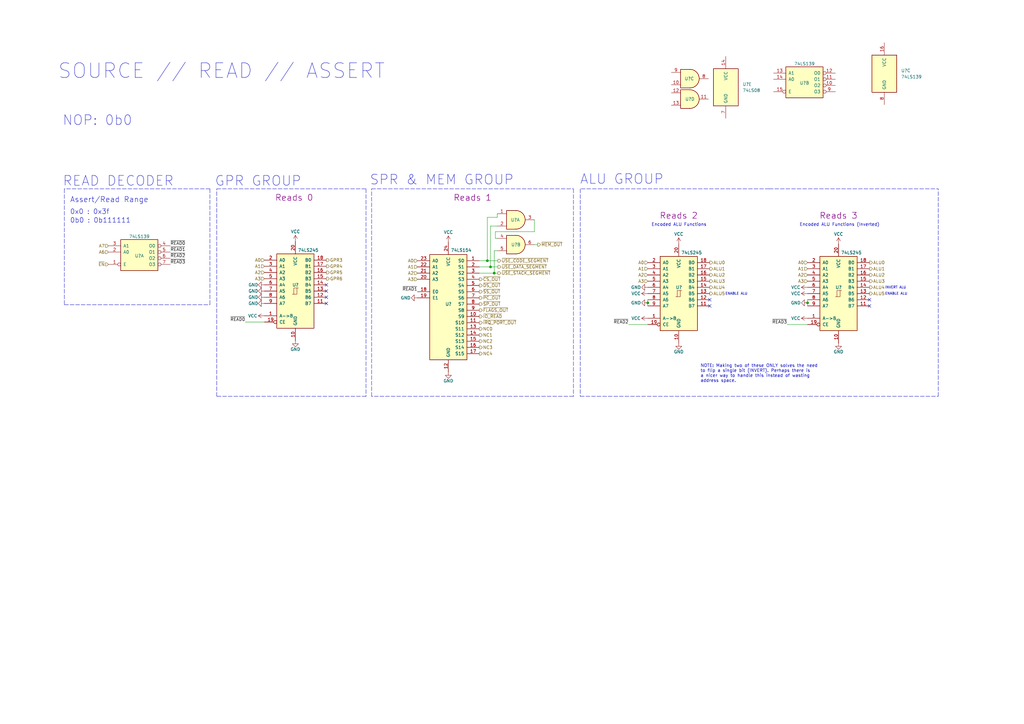
<source format=kicad_sch>
(kicad_sch (version 20211123) (generator eeschema)
  (paper "A3")
  (lib_symbols
    (symbol "74xx:74LS08" (pin_names (offset 1.016))
      (property "Reference" "U" (at 0 1.27 0))
      (property "Value" "74LS08" (at 0 -1.27 0))
      (symbol "74LS08_1_1"
        (arc (start 0 -3.81) (mid 3.81 0) (end 0 3.81) (stroke (width 0.254)) (fill (type background)))
        (polyline (pts (xy 0 3.81) (xy -3.81 3.81) (xy -3.81 -3.81) (xy 0 -3.81)) (stroke (width 0.254)) (fill (type background)))
        (pin input line (at -7.62 2.54 0) (length 3.81) (name "~") (number "1"))
        (pin input line (at -7.62 -2.54 0) (length 3.81) (name "~") (number "2"))
        (pin output line (at 7.62 0 180) (length 3.81) (name "~") (number "3"))
      )
      (symbol "74LS08_1_2"
        (arc (start -3.81 -3.81) (mid -2.589 0) (end -3.81 3.81) (stroke (width 0.254)))
        (arc (start -0.6096 -3.81) (mid 2.1855 -2.584) (end 3.81 0) (stroke (width 0.254)) (fill (type background)))
        (polyline (pts (xy -3.81 -3.81) (xy -0.635 -3.81)) (stroke (width 0.254)) (fill (type background)))
        (polyline (pts (xy -3.81 3.81) (xy -0.635 3.81)) (stroke (width 0.254)) (fill (type background)))
        (polyline (pts (xy -0.635 3.81) (xy -3.81 3.81) (xy -3.81 3.81) (xy -3.556 3.4036) (xy -3.0226 2.2606) (xy -2.6924 1.0414) (xy -2.6162 -0.254) (xy -2.7686 -1.4986) (xy -3.175 -2.7178) (xy -3.81 -3.81) (xy -3.81 -3.81) (xy -0.635 -3.81)) (stroke (width -25.4)) (fill (type background)))
        (arc (start 3.81 0) (mid 2.1928 2.5925) (end -0.6096 3.81) (stroke (width 0.254)) (fill (type background)))
        (pin input inverted (at -7.62 2.54 0) (length 4.318) (name "~") (number "1"))
        (pin input inverted (at -7.62 -2.54 0) (length 4.318) (name "~") (number "2"))
        (pin output inverted (at 7.62 0 180) (length 3.81) (name "~") (number "3"))
      )
      (symbol "74LS08_2_1"
        (arc (start 0 -3.81) (mid 3.81 0) (end 0 3.81) (stroke (width 0.254)) (fill (type background)))
        (polyline (pts (xy 0 3.81) (xy -3.81 3.81) (xy -3.81 -3.81) (xy 0 -3.81)) (stroke (width 0.254)) (fill (type background)))
        (pin input line (at -7.62 2.54 0) (length 3.81) (name "~") (number "4"))
        (pin input line (at -7.62 -2.54 0) (length 3.81) (name "~") (number "5"))
        (pin output line (at 7.62 0 180) (length 3.81) (name "~") (number "6"))
      )
      (symbol "74LS08_2_2"
        (arc (start -3.81 -3.81) (mid -2.589 0) (end -3.81 3.81) (stroke (width 0.254)))
        (arc (start -0.6096 -3.81) (mid 2.1855 -2.584) (end 3.81 0) (stroke (width 0.254)) (fill (type background)))
        (polyline (pts (xy -3.81 -3.81) (xy -0.635 -3.81)) (stroke (width 0.254)) (fill (type background)))
        (polyline (pts (xy -3.81 3.81) (xy -0.635 3.81)) (stroke (width 0.254)) (fill (type background)))
        (polyline (pts (xy -0.635 3.81) (xy -3.81 3.81) (xy -3.81 3.81) (xy -3.556 3.4036) (xy -3.0226 2.2606) (xy -2.6924 1.0414) (xy -2.6162 -0.254) (xy -2.7686 -1.4986) (xy -3.175 -2.7178) (xy -3.81 -3.81) (xy -3.81 -3.81) (xy -0.635 -3.81)) (stroke (width -25.4)) (fill (type background)))
        (arc (start 3.81 0) (mid 2.1928 2.5925) (end -0.6096 3.81) (stroke (width 0.254)) (fill (type background)))
        (pin input inverted (at -7.62 2.54 0) (length 4.318) (name "~") (number "4"))
        (pin input inverted (at -7.62 -2.54 0) (length 4.318) (name "~") (number "5"))
        (pin output inverted (at 7.62 0 180) (length 3.81) (name "~") (number "6"))
      )
      (symbol "74LS08_3_1"
        (arc (start 0 -3.81) (mid 3.81 0) (end 0 3.81) (stroke (width 0.254)) (fill (type background)))
        (polyline (pts (xy 0 3.81) (xy -3.81 3.81) (xy -3.81 -3.81) (xy 0 -3.81)) (stroke (width 0.254)) (fill (type background)))
        (pin input line (at -7.62 -2.54 0) (length 3.81) (name "~") (number "10"))
        (pin output line (at 7.62 0 180) (length 3.81) (name "~") (number "8"))
        (pin input line (at -7.62 2.54 0) (length 3.81) (name "~") (number "9"))
      )
      (symbol "74LS08_3_2"
        (arc (start -3.81 -3.81) (mid -2.589 0) (end -3.81 3.81) (stroke (width 0.254)))
        (arc (start -0.6096 -3.81) (mid 2.1855 -2.584) (end 3.81 0) (stroke (width 0.254)) (fill (type background)))
        (polyline (pts (xy -3.81 -3.81) (xy -0.635 -3.81)) (stroke (width 0.254)) (fill (type background)))
        (polyline (pts (xy -3.81 3.81) (xy -0.635 3.81)) (stroke (width 0.254)) (fill (type background)))
        (polyline (pts (xy -0.635 3.81) (xy -3.81 3.81) (xy -3.81 3.81) (xy -3.556 3.4036) (xy -3.0226 2.2606) (xy -2.6924 1.0414) (xy -2.6162 -0.254) (xy -2.7686 -1.4986) (xy -3.175 -2.7178) (xy -3.81 -3.81) (xy -3.81 -3.81) (xy -0.635 -3.81)) (stroke (width -25.4)) (fill (type background)))
        (arc (start 3.81 0) (mid 2.1928 2.5925) (end -0.6096 3.81) (stroke (width 0.254)) (fill (type background)))
        (pin input inverted (at -7.62 -2.54 0) (length 4.318) (name "~") (number "10"))
        (pin output inverted (at 7.62 0 180) (length 3.81) (name "~") (number "8"))
        (pin input inverted (at -7.62 2.54 0) (length 4.318) (name "~") (number "9"))
      )
      (symbol "74LS08_4_1"
        (arc (start 0 -3.81) (mid 3.81 0) (end 0 3.81) (stroke (width 0.254)) (fill (type background)))
        (polyline (pts (xy 0 3.81) (xy -3.81 3.81) (xy -3.81 -3.81) (xy 0 -3.81)) (stroke (width 0.254)) (fill (type background)))
        (pin output line (at 7.62 0 180) (length 3.81) (name "~") (number "11"))
        (pin input line (at -7.62 2.54 0) (length 3.81) (name "~") (number "12"))
        (pin input line (at -7.62 -2.54 0) (length 3.81) (name "~") (number "13"))
      )
      (symbol "74LS08_4_2"
        (arc (start -3.81 -3.81) (mid -2.589 0) (end -3.81 3.81) (stroke (width 0.254)))
        (arc (start -0.6096 -3.81) (mid 2.1855 -2.584) (end 3.81 0) (stroke (width 0.254)) (fill (type background)))
        (polyline (pts (xy -3.81 -3.81) (xy -0.635 -3.81)) (stroke (width 0.254)) (fill (type background)))
        (polyline (pts (xy -3.81 3.81) (xy -0.635 3.81)) (stroke (width 0.254)) (fill (type background)))
        (polyline (pts (xy -0.635 3.81) (xy -3.81 3.81) (xy -3.81 3.81) (xy -3.556 3.4036) (xy -3.0226 2.2606) (xy -2.6924 1.0414) (xy -2.6162 -0.254) (xy -2.7686 -1.4986) (xy -3.175 -2.7178) (xy -3.81 -3.81) (xy -3.81 -3.81) (xy -0.635 -3.81)) (stroke (width -25.4)) (fill (type background)))
        (arc (start 3.81 0) (mid 2.1928 2.5925) (end -0.6096 3.81) (stroke (width 0.254)) (fill (type background)))
        (pin output inverted (at 7.62 0 180) (length 3.81) (name "~") (number "11"))
        (pin input inverted (at -7.62 2.54 0) (length 4.318) (name "~") (number "12"))
        (pin input inverted (at -7.62 -2.54 0) (length 4.318) (name "~") (number "13"))
      )
      (symbol "74LS08_5_0"
        (pin power_in line (at 0 12.7 270) (length 5.08) (name "VCC") (number "14"))
        (pin power_in line (at 0 -12.7 90) (length 5.08) (name "GND") (number "7"))
      )
      (symbol "74LS08_5_1"
        (rectangle (start -5.08 7.62) (end 5.08 -7.62) (stroke (width 0.254)) (fill (type background)))
      )
    )
    (symbol "74xx:74LS139" (pin_names (offset 1.016))
      (property "Reference" "U" (at -7.62 8.89 0))
      (property "Value" "74LS139" (at -7.62 -8.89 0))
      (symbol "74LS139_1_0"
        (pin input inverted (at -12.7 -5.08 0) (length 5.08) (name "E") (number "1"))
        (pin input line (at -12.7 0 0) (length 5.08) (name "A0") (number "2"))
        (pin input line (at -12.7 2.54 0) (length 5.08) (name "A1") (number "3"))
        (pin output inverted (at 12.7 2.54 180) (length 5.08) (name "O0") (number "4"))
        (pin output inverted (at 12.7 0 180) (length 5.08) (name "O1") (number "5"))
        (pin output inverted (at 12.7 -2.54 180) (length 5.08) (name "O2") (number "6"))
        (pin output inverted (at 12.7 -5.08 180) (length 5.08) (name "O3") (number "7"))
      )
      (symbol "74LS139_1_1"
        (rectangle (start -7.62 5.08) (end 7.62 -7.62) (stroke (width 0.254)) (fill (type background)))
      )
      (symbol "74LS139_2_0"
        (pin output inverted (at 12.7 -2.54 180) (length 5.08) (name "O2") (number "10"))
        (pin output inverted (at 12.7 0 180) (length 5.08) (name "O1") (number "11"))
        (pin output inverted (at 12.7 2.54 180) (length 5.08) (name "O0") (number "12"))
        (pin input line (at -12.7 2.54 0) (length 5.08) (name "A1") (number "13"))
        (pin input line (at -12.7 0 0) (length 5.08) (name "A0") (number "14"))
        (pin input inverted (at -12.7 -5.08 0) (length 5.08) (name "E") (number "15"))
        (pin output inverted (at 12.7 -5.08 180) (length 5.08) (name "O3") (number "9"))
      )
      (symbol "74LS139_2_1"
        (rectangle (start -7.62 5.08) (end 7.62 -7.62) (stroke (width 0.254)) (fill (type background)))
      )
      (symbol "74LS139_3_0"
        (pin power_in line (at 0 12.7 270) (length 5.08) (name "VCC") (number "16"))
        (pin power_in line (at 0 -12.7 90) (length 5.08) (name "GND") (number "8"))
      )
      (symbol "74LS139_3_1"
        (rectangle (start -5.08 7.62) (end 5.08 -7.62) (stroke (width 0.254)) (fill (type background)))
      )
    )
    (symbol "74xx:74LS154" (pin_names (offset 1.016))
      (property "Reference" "U" (at -7.62 21.59 0))
      (property "Value" "74LS154" (at -7.62 -24.13 0))
      (symbol "74LS154_1_0"
        (pin output line (at 12.7 17.78 180) (length 5.08) (name "S0") (number "1"))
        (pin output line (at 12.7 -5.08 180) (length 5.08) (name "S9") (number "10"))
        (pin output line (at 12.7 -7.62 180) (length 5.08) (name "S10") (number "11"))
        (pin power_in line (at 0 -27.94 90) (length 5.08) (name "GND") (number "12"))
        (pin output line (at 12.7 -10.16 180) (length 5.08) (name "S11") (number "13"))
        (pin output line (at 12.7 -12.7 180) (length 5.08) (name "S12") (number "14"))
        (pin output line (at 12.7 -15.24 180) (length 5.08) (name "S13") (number "15"))
        (pin output line (at 12.7 -17.78 180) (length 5.08) (name "S14") (number "16"))
        (pin output line (at 12.7 -20.32 180) (length 5.08) (name "S15") (number "17"))
        (pin input line (at -12.7 5.08 0) (length 5.08) (name "E0") (number "18"))
        (pin input line (at -12.7 2.54 0) (length 5.08) (name "E1") (number "19"))
        (pin output line (at 12.7 15.24 180) (length 5.08) (name "S1") (number "2"))
        (pin input line (at -12.7 10.16 0) (length 5.08) (name "A3") (number "20"))
        (pin input line (at -12.7 12.7 0) (length 5.08) (name "A2") (number "21"))
        (pin input line (at -12.7 15.24 0) (length 5.08) (name "A1") (number "22"))
        (pin input line (at -12.7 17.78 0) (length 5.08) (name "A0") (number "23"))
        (pin power_in line (at 0 25.4 270) (length 5.08) (name "VCC") (number "24"))
        (pin output line (at 12.7 12.7 180) (length 5.08) (name "S2") (number "3"))
        (pin output line (at 12.7 10.16 180) (length 5.08) (name "S3") (number "4"))
        (pin output line (at 12.7 7.62 180) (length 5.08) (name "S4") (number "5"))
        (pin output line (at 12.7 5.08 180) (length 5.08) (name "S5") (number "6"))
        (pin output line (at 12.7 2.54 180) (length 5.08) (name "S6") (number "7"))
        (pin output line (at 12.7 0 180) (length 5.08) (name "S7") (number "8"))
        (pin output line (at 12.7 -2.54 180) (length 5.08) (name "S8") (number "9"))
      )
      (symbol "74LS154_1_1"
        (rectangle (start -7.62 20.32) (end 7.62 -22.86) (stroke (width 0.254)) (fill (type background)))
      )
    )
    (symbol "74xx:74LS245" (pin_names (offset 1.016))
      (property "Reference" "U" (at -7.62 16.51 0))
      (property "Value" "74LS245" (at -7.62 -16.51 0))
      (symbol "74LS245_1_0"
        (polyline (pts (xy -0.635 -1.27) (xy -0.635 1.27) (xy 0.635 1.27)))
        (polyline (pts (xy -1.27 -1.27) (xy 0.635 -1.27) (xy 0.635 1.27) (xy 1.27 1.27)))
        (pin input line (at -12.7 -10.16 0) (length 5.08) (name "A->B") (number "1"))
        (pin power_in line (at 0 -20.32 90) (length 5.08) (name "GND") (number "10"))
        (pin tri_state line (at 12.7 -5.08 180) (length 5.08) (name "B7") (number "11"))
        (pin tri_state line (at 12.7 -2.54 180) (length 5.08) (name "B6") (number "12"))
        (pin tri_state line (at 12.7 0 180) (length 5.08) (name "B5") (number "13"))
        (pin tri_state line (at 12.7 2.54 180) (length 5.08) (name "B4") (number "14"))
        (pin tri_state line (at 12.7 5.08 180) (length 5.08) (name "B3") (number "15"))
        (pin tri_state line (at 12.7 7.62 180) (length 5.08) (name "B2") (number "16"))
        (pin tri_state line (at 12.7 10.16 180) (length 5.08) (name "B1") (number "17"))
        (pin tri_state line (at 12.7 12.7 180) (length 5.08) (name "B0") (number "18"))
        (pin input inverted (at -12.7 -12.7 0) (length 5.08) (name "CE") (number "19"))
        (pin tri_state line (at -12.7 12.7 0) (length 5.08) (name "A0") (number "2"))
        (pin power_in line (at 0 20.32 270) (length 5.08) (name "VCC") (number "20"))
        (pin tri_state line (at -12.7 10.16 0) (length 5.08) (name "A1") (number "3"))
        (pin tri_state line (at -12.7 7.62 0) (length 5.08) (name "A2") (number "4"))
        (pin tri_state line (at -12.7 5.08 0) (length 5.08) (name "A3") (number "5"))
        (pin tri_state line (at -12.7 2.54 0) (length 5.08) (name "A4") (number "6"))
        (pin tri_state line (at -12.7 0 0) (length 5.08) (name "A5") (number "7"))
        (pin tri_state line (at -12.7 -2.54 0) (length 5.08) (name "A6") (number "8"))
        (pin tri_state line (at -12.7 -5.08 0) (length 5.08) (name "A7") (number "9"))
      )
      (symbol "74LS245_1_1"
        (rectangle (start -7.62 15.24) (end 7.62 -15.24) (stroke (width 0.254)) (fill (type background)))
      )
    )
    (symbol "power:GND" (power) (pin_names (offset 0))
      (property "Value" "GND" (at 0 -3.81 0))
      (symbol "GND_0_1"
        (polyline (pts (xy 0 0) (xy 0 -1.27) (xy 1.27 -1.27) (xy 0 -2.54) (xy -1.27 -1.27) (xy 0 -1.27)))
      )
      (symbol "GND_1_1"
        (pin power_in line (at 0 0 270) (length 0) hide (name "GND") (number "1"))
      )
    )
    (symbol "power:VCC" (power) (pin_names (offset 0))
      (property "Value" "VCC" (at 0 3.81 0))
      (symbol "VCC_0_1"
        (polyline (pts (xy -0.762 1.27) (xy 0 2.54)))
        (polyline (pts (xy 0 0) (xy 0 2.54)))
        (polyline (pts (xy 0 2.54) (xy 0.762 1.27)))
      )
      (symbol "VCC_1_1"
        (pin power_in line (at 0 0 90) (length 0) hide (name "VCC") (number "1"))
      )
    )
  )
  (junction (at 265.684 124.206))
  (junction (at 202.692 112.014))
  (junction (at 331.216 124.206))
  (junction (at 201.168 109.474))
  (junction (at 199.898 106.934))
  (no_connect (at 356.616 122.936))
  (no_connect (at 356.616 125.476))
  (no_connect (at 291.084 125.476))
  (no_connect (at 133.858 124.46))
  (no_connect (at 133.858 116.84))
  (no_connect (at 133.858 119.38))
  (no_connect (at 133.858 121.92))
  (no_connect (at 291.084 122.936))
  (wire (pts (xy 201.168 92.71) (xy 201.168 109.474)))
  (polyline (pts (xy 152.4 77.47) (xy 235.204 77.47)))
  (wire (pts (xy 257.81 133.096) (xy 265.684 133.096)))
  (polyline (pts (xy 237.998 162.56) (xy 384.81 162.56)))
  (wire (pts (xy 203.2 97.79) (xy 203.2 94.996)))
  (wire (pts (xy 203.2 94.996) (xy 219.202 94.996)))
  (polyline (pts (xy 26.416 124.968) (xy 86.106 124.968)))
  (wire (pts (xy 199.898 106.934) (xy 196.596 106.934)))
  (wire (pts (xy 100.584 132.08) (xy 108.458 132.08)))
  (wire (pts (xy 201.168 92.71) (xy 203.962 92.71)))
  (polyline (pts (xy 384.81 162.56) (xy 384.81 77.47)))
  (wire (pts (xy 331.216 122.936) (xy 331.216 124.206)))
  (polyline (pts (xy 88.9 162.56) (xy 88.9 77.47)))
  (wire (pts (xy 220.472 100.33) (xy 219.202 100.33)))
  (wire (pts (xy 265.684 122.936) (xy 265.684 124.206)))
  (polyline (pts (xy 88.9 77.47) (xy 150.114 77.47)))
  (polyline (pts (xy 237.998 77.47) (xy 237.998 162.56)))
  (polyline (pts (xy 235.204 77.47) (xy 235.204 162.56)))
  (wire (pts (xy 202.692 112.014) (xy 196.596 112.014)))
  (wire (pts (xy 203.962 102.87) (xy 202.692 102.87)))
  (polyline (pts (xy 315.468 77.47) (xy 237.998 77.47)))
  (wire (pts (xy 219.202 94.996) (xy 219.202 90.17)))
  (polyline (pts (xy 86.106 77.47) (xy 86.106 124.968)))
  (polyline (pts (xy 150.114 77.47) (xy 150.114 162.56)))
  (wire (pts (xy 331.216 124.206) (xy 331.216 125.476)))
  (wire (pts (xy 322.834 133.096) (xy 331.216 133.096)))
  (polyline (pts (xy 152.4 162.56) (xy 152.4 77.47)))
  (wire (pts (xy 199.898 89.154) (xy 203.962 89.154)))
  (polyline (pts (xy 235.204 162.56) (xy 152.4 162.56)))
  (polyline (pts (xy 86.106 77.47) (xy 26.416 77.47)))
  (wire (pts (xy 204.216 112.014) (xy 202.692 112.014)))
  (polyline (pts (xy 150.114 162.56) (xy 88.9 162.56)))
  (wire (pts (xy 265.684 124.206) (xy 265.684 125.476)))
  (wire (pts (xy 204.216 109.474) (xy 201.168 109.474)))
  (polyline (pts (xy 26.416 77.47) (xy 26.416 124.968)))
  (wire (pts (xy 202.692 102.87) (xy 202.692 112.014)))
  (wire (pts (xy 203.962 97.79) (xy 203.2 97.79)))
  (wire (pts (xy 203.962 89.154) (xy 203.962 87.63)))
  (polyline (pts (xy 315.468 77.47) (xy 384.81 77.47)))
  (wire (pts (xy 204.216 106.934) (xy 199.898 106.934)))
  (wire (pts (xy 201.168 109.474) (xy 196.596 109.474)))
  (wire (pts (xy 199.898 89.154) (xy 199.898 106.934)))
  (text "ENABLE ALU" (at 362.966 121.158 0) (effects (font (size 1 1)) (justify left bottom)))
  (text "0x0 : 0x3f" (at 28.702 88.138 0) (effects (font (size 2 2)) (justify left bottom)))
  (text "READ DECODER" (at 71.374 76.708 180) (effects (font (size 4 4)) (justify right bottom)))
  (text "GPR GROUP" (at 123.698 76.708 180) (effects (font (size 4 4)) (justify right bottom)))
  (text "NOP: 0b0" (at 54.356 51.816 180) (effects (font (size 4 4)) (justify right bottom)))
  (text "0b0 : 0b111111" (at 28.702 91.694 0) (effects (font (size 2 2)) (justify left bottom)))
  (text "NOTE: Making two of these ONLY solves the need\nto flip a single bit (INVERT). Perhaps there is\na nicer way to handle this instead of wasting\naddress space." (at 287.274 156.972 0) (effects (font (size 1.27 1.27)) (justify left bottom)))
  (text "Assert/Read Range" (at 28.702 83.312 0) (effects (font (size 2.2 2.2)) (justify left bottom)))
  (text "Encoded ALU Functions (Inverted)" (at 327.914 92.964 0) (effects (font (size 1.27 1.27)) (justify left bottom)))
  (text "ENABLE ALU" (at 297.434 121.158 0) (effects (font (size 1 1)) (justify left bottom)))
  (text "SPR & MEM GROUP" (at 210.82 76.2 180) (effects (font (size 4 4)) (justify right bottom)))
  (text "ALU GROUP" (at 272.288 75.946 180) (effects (font (size 4 4)) (justify right bottom)))
  (text "SOURCE // READ // ASSERT" (at 23.622 32.766 0) (effects (font (size 6 6)) (justify left bottom)))
  (text "Encoded ALU Functions" (at 289.814 92.964 180) (effects (font (size 1.27 1.27)) (justify right bottom)))
  (text "INVERT ALU" (at 362.966 118.618 0) (effects (font (size 1 1)) (justify left bottom)))
  (label "~{READ0}" (at 69.85 100.838 0))
  (label "~{READ1}" (at 69.85 103.378 0))
  (label "~{READ2}" (at 69.85 105.918 0))
  (label "~{READ0}" (at 100.584 132.08 180))
  (label "~{READ1}" (at 171.196 119.634 180))
  (label "~{READ3}" (at 322.834 133.096 180))
  (label "~{READ3}" (at 69.85 108.458 0))
  (label "~{READ2}" (at 257.81 133.096 180))
  (hierarchical_label "~{USE_STACK_SEGMENT}" (shape output) (at 204.216 112.014 0))
  (hierarchical_label "~{CS_OUT}" (shape output) (at 196.596 114.554 0))
  (hierarchical_label "GPR4" (shape output) (at 133.858 109.22 0))
  (hierarchical_label "ALU0" (shape output) (at 356.616 107.696 0))
  (hierarchical_label "~{MEM_OUT}" (shape output) (at 220.472 100.33 0))
  (hierarchical_label "~{EN}" (shape input) (at 44.45 108.458 180))
  (hierarchical_label "A2" (shape input) (at 265.684 112.776 180))
  (hierarchical_label "A1" (shape input) (at 108.458 109.22 180))
  (hierarchical_label "ALU1" (shape output) (at 356.616 110.236 0))
  (hierarchical_label "A3" (shape input) (at 171.196 114.554 180))
  (hierarchical_label "ALU1" (shape output) (at 291.084 110.236 0))
  (hierarchical_label "~{IRQ_PORT_OUT}" (shape output) (at 196.596 132.334 0))
  (hierarchical_label "NC2" (shape output) (at 196.596 139.954 0))
  (hierarchical_label "~{USE_DATA_SEGMENT}" (shape output) (at 204.216 109.474 0))
  (hierarchical_label "~{PC_OUT}" (shape output) (at 196.596 122.174 0))
  (hierarchical_label "A1" (shape input) (at 171.196 109.474 180))
  (hierarchical_label "A2" (shape input) (at 108.458 111.76 180))
  (hierarchical_label "NC1" (shape output) (at 196.596 137.414 0))
  (hierarchical_label "~{FLAGS_OUT}" (shape output) (at 196.596 127.254 0))
  (hierarchical_label "A3" (shape input) (at 108.458 114.3 180))
  (hierarchical_label "A0" (shape input) (at 265.684 107.696 180))
  (hierarchical_label "A3" (shape input) (at 331.216 115.316 180))
  (hierarchical_label "A1" (shape input) (at 265.684 110.236 180))
  (hierarchical_label "A0" (shape input) (at 171.196 106.934 180))
  (hierarchical_label "ALU5" (shape output) (at 356.616 120.396 0))
  (hierarchical_label "NC3" (shape output) (at 196.596 142.494 0))
  (hierarchical_label "ALU4" (shape output) (at 291.084 117.856 0))
  (hierarchical_label "A7" (shape input) (at 44.45 100.838 180))
  (hierarchical_label "~{DS_OUT}" (shape output) (at 196.596 117.094 0))
  (hierarchical_label "NC0" (shape output) (at 196.596 134.874 0))
  (hierarchical_label "A3" (shape input) (at 265.684 115.316 180))
  (hierarchical_label "ALU2" (shape output) (at 356.616 112.776 0))
  (hierarchical_label "ALU0" (shape output) (at 291.084 107.696 0))
  (hierarchical_label "GPR3" (shape output) (at 133.858 106.68 0))
  (hierarchical_label "GPR5" (shape output) (at 133.858 111.76 0))
  (hierarchical_label "~{IO_READ}" (shape output) (at 196.596 129.794 0))
  (hierarchical_label "A1" (shape input) (at 331.216 110.236 180))
  (hierarchical_label "~{USE_CODE_SEGMENT}" (shape output) (at 204.216 106.934 0))
  (hierarchical_label "NC4" (shape output) (at 196.596 145.034 0))
  (hierarchical_label "A2" (shape input) (at 171.196 112.014 180))
  (hierarchical_label "~{SS_OUT}" (shape output) (at 196.596 119.634 0))
  (hierarchical_label "ALU2" (shape output) (at 291.084 112.776 0))
  (hierarchical_label "ALU5" (shape output) (at 291.084 120.396 0))
  (hierarchical_label "A2" (shape input) (at 331.216 112.776 180))
  (hierarchical_label "~{SP_OUT}" (shape output) (at 196.596 124.714 0))
  (hierarchical_label "ALU3" (shape output) (at 356.616 115.316 0))
  (hierarchical_label "ALU4" (shape output) (at 356.616 117.856 0))
  (hierarchical_label "ALU3" (shape output) (at 291.084 115.316 0))
  (hierarchical_label "GPR6" (shape output) (at 133.858 114.3 0))
  (hierarchical_label "A0" (shape input) (at 108.458 106.68 180))
  (hierarchical_label "A0" (shape input) (at 331.216 107.696 180))
  (hierarchical_label "A6" (shape input) (at 44.45 103.378 180))
  (symbol (lib_id "74xx:74LS154") (at 183.896 124.714 0) (unit 1)
    (property "Reference" "U?" (at 182.626 124.714 0) (effects (justify left)))
    (property "Value" "74LS154" (at 184.912 102.616 0) (effects (justify left)))
    (property "Datasheet" "http://www.ti.com/lit/gpn/sn74LS154" (effects hide))
    (property "Field4" "Reads 1" (at 193.802 81.026 0) (effects (font (size 2.5 2.5))))
  )
  (symbol (lib_id "74xx:74LS245") (at 343.916 120.396 0) (unit 1)
    (property "Reference" "U?" (at 342.646 117.856 0) (effects (justify left)))
    (property "Value" "74LS245" (at 344.932 103.632 0) (effects (justify left)))
    (property "Datasheet" "http://www.ti.com/lit/gpn/sn74LS245" (effects hide))
    (property "Field4" "Reads 3" (at 343.916 88.392 0) (effects (font (size 2.5 2.5))))
  )
  (symbol (lib_id "power:VCC") (at 331.216 130.556 90) (unit 1)
    (property "Reference" "#PWR?" (effects hide))
    (property "Value" "VCC" (at 326.39 130.556 90))
  )
  (symbol (lib_id "74xx:74LS08") (at 297.688 35.814 0) (unit 5)
    (property "Reference" "U?" (at 304.546 34.5439 0) (effects (justify left)))
    (property "Value" "74LS08" (at 304.546 37.0839 0) (effects (justify left)))
    (property "Datasheet" "http://www.ti.com/lit/gpn/sn74LS08" (effects hide))
  )
  (symbol (lib_id "power:VCC") (at 343.916 100.076 0) (unit 1)
    (property "Reference" "#PWR?" (effects hide))
    (property "Value" "VCC" (at 343.916 96.012 0))
  )
  (symbol (lib_id "74xx:74LS245") (at 121.158 119.38 0) (unit 1)
    (property "Reference" "U?" (at 119.888 116.84 0) (effects (justify left)))
    (property "Value" "74LS245" (at 122.174 102.616 0) (effects (justify left)))
    (property "Datasheet" "http://www.ti.com/lit/gpn/sn74LS245" (effects hide))
    (property "Field4" "Reads 0" (at 120.65 81.026 0) (effects (font (size 2.5 2.5))))
  )
  (symbol (lib_id "power:VCC") (at 183.896 99.314 0) (unit 1)
    (property "Reference" "#PWR?" (effects hide))
    (property "Value" "VCC" (at 183.896 95.25 0))
  )
  (symbol (lib_id "power:GND") (at 278.384 140.716 0) (unit 1)
    (property "Reference" "#PWR?" (effects hide))
    (property "Value" "GND" (at 278.384 144.272 0))
  )
  (symbol (lib_id "74xx:74LS08") (at 211.582 100.33 0) (unit 2)
    (property "Reference" "U?" (at 211.582 100.33 0))
    (property "Value" "74LS08" (effects hide))
    (property "Datasheet" "http://www.ti.com/lit/gpn/sn74LS08" (effects hide))
  )
  (symbol (lib_id "power:GND") (at 108.458 116.84 270) (unit 1)
    (property "Reference" "#PWR?" (effects hide))
    (property "Value" "GND" (at 103.886 116.84 90))
  )
  (symbol (lib_id "power:GND") (at 121.158 139.7 0) (unit 1)
    (property "Reference" "#PWR?" (effects hide))
    (property "Value" "GND" (at 121.158 143.256 0))
  )
  (symbol (lib_id "74xx:74LS139") (at 362.712 30.226 0) (unit 3)
    (property "Reference" "U?" (at 369.57 28.9559 0) (effects (justify left)))
    (property "Value" "74LS139" (at 369.57 31.4959 0) (effects (justify left)))
    (property "Datasheet" "http://www.ti.com/lit/ds/symlink/sn74ls139a.pdf" (effects hide))
  )
  (symbol (lib_id "power:GND") (at 108.458 119.38 270) (unit 1)
    (property "Reference" "#PWR?" (effects hide))
    (property "Value" "GND" (at 103.886 119.38 90))
  )
  (symbol (lib_id "power:VCC") (at 121.158 99.06 0) (unit 1)
    (property "Reference" "#PWR?" (effects hide))
    (property "Value" "VCC" (at 121.158 94.996 0))
  )
  (symbol (lib_id "power:VCC") (at 331.216 120.396 90) (unit 1)
    (property "Reference" "#PWR?" (effects hide))
    (property "Value" "VCC" (at 326.39 120.396 90))
  )
  (symbol (lib_id "power:VCC") (at 265.684 130.556 90) (unit 1)
    (property "Reference" "#PWR?" (effects hide))
    (property "Value" "VCC" (at 260.858 130.556 90))
  )
  (symbol (lib_id "power:VCC") (at 265.684 120.396 90) (unit 1)
    (property "Reference" "#PWR?" (effects hide))
    (property "Value" "VCC" (at 260.858 120.396 90))
  )
  (symbol (lib_id "74xx:74LS08") (at 282.956 32.258 0) (unit 3)
    (property "Reference" "U?" (at 282.702 32.258 0))
    (property "Value" "74LS08" (effects hide))
    (property "Datasheet" "http://www.ti.com/lit/gpn/sn74LS08" (effects hide))
  )
  (symbol (lib_id "74xx:74LS139") (at 57.15 103.378 0) (unit 1)
    (property "Reference" "U?" (at 57.15 104.902 0))
    (property "Value" "74LS139" (at 57.15 97.028 0))
    (property "Datasheet" "http://www.ti.com/lit/ds/symlink/sn74ls139a.pdf" (effects hide))
  )
  (symbol (lib_id "power:GND") (at 265.684 117.856 270) (unit 1)
    (property "Reference" "#PWR?" (effects hide))
    (property "Value" "GND" (at 260.858 117.856 90))
  )
  (symbol (lib_id "power:GND") (at 265.684 124.206 270) (unit 1)
    (property "Reference" "#PWR?" (effects hide))
    (property "Value" "GND" (at 260.858 124.206 90))
  )
  (symbol (lib_id "power:GND") (at 108.458 121.92 270) (unit 1)
    (property "Reference" "#PWR?" (effects hide))
    (property "Value" "GND" (at 103.886 121.92 90))
  )
  (symbol (lib_id "74xx:74LS08") (at 282.956 40.64 0) (unit 4)
    (property "Reference" "U?" (at 282.956 40.64 0))
    (property "Value" "74LS08" (effects hide))
    (property "Datasheet" "http://www.ti.com/lit/gpn/sn74LS08" (effects hide))
  )
  (symbol (lib_id "power:GND") (at 183.896 152.654 0) (unit 1)
    (property "Reference" "#PWR?" (effects hide))
    (property "Value" "GND" (at 183.896 156.21 0))
  )
  (symbol (lib_id "74xx:74LS139") (at 329.946 32.512 0) (unit 2)
    (property "Reference" "U?" (at 329.946 34.036 0))
    (property "Value" "74LS139" (at 329.946 26.162 0))
    (property "Datasheet" "http://www.ti.com/lit/ds/symlink/sn74ls139a.pdf" (effects hide))
  )
  (symbol (lib_id "power:GND") (at 343.916 140.716 0) (unit 1)
    (property "Reference" "#PWR?" (effects hide))
    (property "Value" "GND" (at 343.916 144.272 0))
  )
  (symbol (lib_id "power:VCC") (at 108.458 129.54 90) (unit 1)
    (property "Reference" "#PWR?" (effects hide))
    (property "Value" "VCC" (at 103.632 129.54 90))
  )
  (symbol (lib_id "74xx:74LS08") (at 211.582 90.17 0) (unit 1)
    (property "Reference" "U?" (at 211.328 90.17 0))
    (property "Value" "74LS08" (effects hide))
    (property "Datasheet" "http://www.ti.com/lit/gpn/sn74LS08" (effects hide))
  )
  (symbol (lib_id "power:GND") (at 108.458 124.46 270) (unit 1)
    (property "Reference" "#PWR?" (effects hide))
    (property "Value" "GND" (at 103.886 124.46 90))
  )
  (symbol (lib_id "power:VCC") (at 331.216 117.856 90) (unit 1)
    (property "Reference" "#PWR?" (effects hide))
    (property "Value" "VCC" (at 326.39 117.856 90))
  )
  (symbol (lib_id "power:VCC") (at 278.384 100.076 0) (unit 1)
    (property "Reference" "#PWR?" (effects hide))
    (property "Value" "VCC" (at 278.384 96.012 0))
  )
  (symbol (lib_id "power:GND") (at 171.196 122.174 270) (unit 1)
    (property "Reference" "#PWR?" (effects hide))
    (property "Value" "GND" (at 166.37 122.174 90))
  )
  (symbol (lib_id "74xx:74LS245") (at 278.384 120.396 0) (unit 1)
    (property "Reference" "U?" (at 277.114 117.856 0) (effects (justify left)))
    (property "Value" "74LS245" (at 279.4 103.632 0) (effects (justify left)))
    (property "Datasheet" "http://www.ti.com/lit/gpn/sn74LS245" (effects hide))
    (property "Field4" "Reads 2" (at 278.384 88.392 0) (effects (font (size 2.5 2.5))))
  )
  (symbol (lib_id "power:GND") (at 331.216 124.206 270) (unit 1)
    (property "Reference" "#PWR?" (effects hide))
    (property "Value" "GND" (at 326.39 124.206 90))
  )
)
</source>
